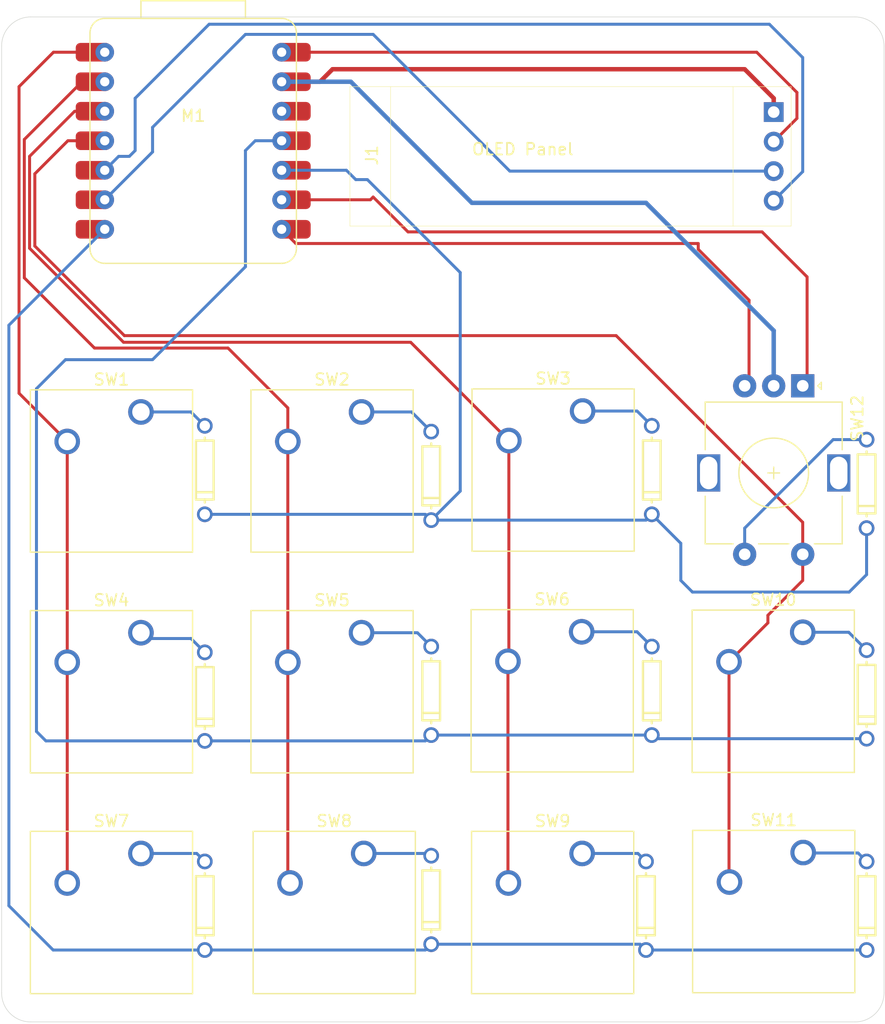
<source format=kicad_pcb>
(kicad_pcb (version 20240108) (generator "pcbnew") (generator_version "8.0")
  (layers (0 "F.Cu" signal) (31 "B.Cu" signal) (34 "B.Paste" user) (35 "F.Paste" user) (36 "B.SilkS" user "B.Silkscreen") (37 "F.SilkS" user "F.Silkscreen") (38 "B.Mask" user) (39 "F.Mask" user) (44 "Edge.Cuts" user))
  (net 0 "")
  (net 1 "+5V")
  (net 2 "GND")
  (net 3 "SDA")
  (net 4 "SCL")
  (net 5 "COL0")
  (net 6 "COL1")
  (net 7 "COL2")
  (net 8 "COL3")
  (net 9 "B")
  (net 10 "A")
  (net 11 "ROW2")
  (net 12 "ROW1")
  (net 13 "+3V3")
  (net 14 "ROW0")
  (net 15 "Net-(D1-PadA)")
  (net 16 "Net-(D2-PadA)")
  (net 17 "Net-(D3-PadA)")
  (net 18 "Net-(D4-PadA)")
  (net 19 "Net-(D5-PadA)")
  (net 20 "Net-(D6-PadA)")
  (net 21 "Net-(D7-PadA)")
  (net 22 "Net-(D8-PadA)")
  (net 23 "Net-(D9-PadA)")
  (net 24 "Net-(D10-PadA)")
  (net 25 "Net-(D11-PadA)")
  (net 26 "Net-(D12-PadA)")
  (footprint "CUSTOM LIBRARY:DIODE-1N4148" (layer "F.Cu") (at 109 83.5 -90)
    (property "Reference" "D2")
    (property "Value" "D_Small" (hide yes))
    (fp_line (start -2.54 0.762) (end -2.54 0) (stroke (width 0.2032)) (layer "F.SilkS"))
    (fp_line (start 2.54 0.762) (end -2.54 0.762) (stroke (width 0.2032)) (layer "F.SilkS"))
    (fp_line (start -2.54 0) (end -2.794 0) (stroke (width 0.2032)) (layer "F.SilkS"))
    (fp_line (start -2.54 0) (end -2.54 -0.762) (stroke (width 0.2032)) (layer "F.SilkS"))
    (fp_line (start 2.54 0) (end 2.54 0.762) (stroke (width 0.2032)) (layer "F.SilkS"))
    (fp_line (start 2.54 0) (end 2.794 0) (stroke (width 0.2032)) (layer "F.SilkS"))
    (fp_line (start 1.905 -0.635) (end 1.905 0.635) (stroke (width 0.2032)) (layer "F.SilkS"))
    (fp_line (start -2.54 -0.762) (end 2.54 -0.762) (stroke (width 0.2032)) (layer "F.SilkS"))
    (fp_line (start 2.54 -0.762) (end 2.54 0) (stroke (width 0.2032)) (layer "F.SilkS"))
    (pad "A" thru_hole oval (at -3.81 0 270) (size 1.34874 1.34874) (drill 0.89916) (layers "*.Cu" "*.Mask") (net 16 "Net-(D2-PadA)"))
    (pad "K" thru_hole oval (at 3.81 0 270) (size 1.34874 1.34874) (drill 0.89916) (layers "*.Cu" "*.Mask") (net 14 "ROW0"))
  )
  (footprint "CUSTOM LIBRARY:SW_Cherry_MX_1.00u_PCB" (layer "F.Cu") (at 121.96 96.92)
    (property "Reference" "SW6" (at -2.54 -2.794 0) (layer "F.SilkS"))
    (property "Value" "SW_Push")
    (fp_line (start -9.525 -1.905) (end 4.445 -1.905) (stroke (width 0.12)) (layer "F.SilkS"))
    (fp_line (start -9.525 12.065) (end -9.525 -1.905) (stroke (width 0.12)) (layer "F.SilkS"))
    (fp_line (start 4.445 -1.905) (end 4.445 12.065) (stroke (width 0.12)) (layer "F.SilkS"))
    (fp_line (start 4.445 12.065) (end -9.525 12.065) (stroke (width 0.12)) (layer "F.SilkS"))
    (pad "" np_thru_hole circle (at -7.62 5.08) (size 1.7 1.7) (drill 1.7) (layers "*.Cu" "*.Mask"))
    (pad "" np_thru_hole circle (at -2.54 5.08) (size 4 4) (drill 4) (layers "*.Cu" "*.Mask"))
    (pad "" np_thru_hole circle (at 2.54 5.08) (size 1.7 1.7) (drill 1.7) (layers "*.Cu" "*.Mask"))
    (pad "1" thru_hole circle (at 0 0) (size 2.2 2.2) (drill 1.5) (layers "*.Cu" "*.Mask") (net 20 "Net-(D6-PadA)"))
    (pad "2" thru_hole circle (at -6.35 2.54) (size 2.2 2.2) (drill 1.5) (layers "*.Cu" "*.Mask") (net 7 "COL2"))
  )
  (footprint "CUSTOM LIBRARY:SW_Cherry_MX_1.00u_PCB" (layer "F.Cu") (at 141 96.96)
    (property "Reference" "SW10" (at -2.54 -2.794 0) (layer "F.SilkS"))
    (property "Value" "SW_Push")
    (fp_line (start -9.525 -1.905) (end 4.445 -1.905) (stroke (width 0.12)) (layer "F.SilkS"))
    (fp_line (start -9.525 12.065) (end -9.525 -1.905) (stroke (width 0.12)) (layer "F.SilkS"))
    (fp_line (start 4.445 -1.905) (end 4.445 12.065) (stroke (width 0.12)) (layer "F.SilkS"))
    (fp_line (start 4.445 12.065) (end -9.525 12.065) (stroke (width 0.12)) (layer "F.SilkS"))
    (pad "" np_thru_hole circle (at -7.62 5.08) (size 1.7 1.7) (drill 1.7) (layers "*.Cu" "*.Mask"))
    (pad "" np_thru_hole circle (at -2.54 5.08) (size 4 4) (drill 4) (layers "*.Cu" "*.Mask"))
    (pad "" np_thru_hole circle (at 2.54 5.08) (size 1.7 1.7) (drill 1.7) (layers "*.Cu" "*.Mask"))
    (pad "1" thru_hole circle (at 0 0) (size 2.2 2.2) (drill 1.5) (layers "*.Cu" "*.Mask") (net 24 "Net-(D10-PadA)"))
    (pad "2" thru_hole circle (at -6.35 2.54) (size 2.2 2.2) (drill 1.5) (layers "*.Cu" "*.Mask") (net 8 "COL3"))
  )
  (footprint "CUSTOM LIBRARY:SW_Cherry_MX_1.00u_PCB" (layer "F.Cu") (at 141.04 115.92)
    (property "Reference" "SW11" (at -2.54 -2.794 0) (layer "F.SilkS"))
    (property "Value" "SW_Push")
    (fp_line (start -9.525 -1.905) (end 4.445 -1.905) (stroke (width 0.12)) (layer "F.SilkS"))
    (fp_line (start -9.525 12.065) (end -9.525 -1.905) (stroke (width 0.12)) (layer "F.SilkS"))
    (fp_line (start 4.445 -1.905) (end 4.445 12.065) (stroke (width 0.12)) (layer "F.SilkS"))
    (fp_line (start 4.445 12.065) (end -9.525 12.065) (stroke (width 0.12)) (layer "F.SilkS"))
    (pad "" np_thru_hole circle (at -7.62 5.08) (size 1.7 1.7) (drill 1.7) (layers "*.Cu" "*.Mask"))
    (pad "" np_thru_hole circle (at -2.54 5.08) (size 4 4) (drill 4) (layers "*.Cu" "*.Mask"))
    (pad "" np_thru_hole circle (at 2.54 5.08) (size 1.7 1.7) (drill 1.7) (layers "*.Cu" "*.Mask"))
    (pad "1" thru_hole circle (at 0 0) (size 2.2 2.2) (drill 1.5) (layers "*.Cu" "*.Mask") (net 25 "Net-(D11-PadA)"))
    (pad "2" thru_hole circle (at -6.35 2.54) (size 2.2 2.2) (drill 1.5) (layers "*.Cu" "*.Mask") (net 8 "COL3"))
  )
  (footprint "CUSTOM LIBRARY:DIODE-1N4148" (layer "F.Cu") (at 109 102 -90)
    (property "Reference" "D5")
    (property "Value" "D_Small" (hide yes))
    (fp_line (start -2.54 0.762) (end -2.54 0) (stroke (width 0.2032)) (layer "F.SilkS"))
    (fp_line (start 2.54 0.762) (end -2.54 0.762) (stroke (width 0.2032)) (layer "F.SilkS"))
    (fp_line (start -2.54 0) (end -2.794 0) (stroke (width 0.2032)) (layer "F.SilkS"))
    (fp_line (start -2.54 0) (end -2.54 -0.762) (stroke (width 0.2032)) (layer "F.SilkS"))
    (fp_line (start 2.54 0) (end 2.54 0.762) (stroke (width 0.2032)) (layer "F.SilkS"))
    (fp_line (start 2.54 0) (end 2.794 0) (stroke (width 0.2032)) (layer "F.SilkS"))
    (fp_line (start 1.905 -0.635) (end 1.905 0.635) (stroke (width 0.2032)) (layer "F.SilkS"))
    (fp_line (start -2.54 -0.762) (end 2.54 -0.762) (stroke (width 0.2032)) (layer "F.SilkS"))
    (fp_line (start 2.54 -0.762) (end 2.54 0) (stroke (width 0.2032)) (layer "F.SilkS"))
    (pad "A" thru_hole oval (at -3.81 0 270) (size 1.34874 1.34874) (drill 0.89916) (layers "*.Cu" "*.Mask") (net 19 "Net-(D5-PadA)"))
    (pad "K" thru_hole oval (at 3.81 0 270) (size 1.34874 1.34874) (drill 0.89916) (layers "*.Cu" "*.Mask") (net 12 "ROW1"))
  )
  (footprint "CUSTOM LIBRARY:XIAO-RP2040" (layer "F.Cu") (at 79.61 65.208)
    (property "Reference" "M1" (at 8.89 -12.7 0) (layer "F.SilkS"))
    (property "Value" "XIAO-RP2040")
    (fp_line (start 0 -1.27) (end 0 -19.812) (stroke (width 0.12)) (layer "F.SilkS"))
    (fp_line (start 1.27 -21.082) (end 16.51 -21.082) (stroke (width 0.12)) (layer "F.SilkS"))
    (fp_line (start 16.51 0) (end 1.27 0) (stroke (width 0.12)) (layer "F.SilkS"))
    (fp_line (start 17.78 -19.812) (end 17.78 -1.27) (stroke (width 0.12)) (layer "F.SilkS"))
    (fp_rect (start 4.39 -21.082) (end 13.39 -22.606) (stroke (width 0.12)) (fill none) (layer "F.SilkS"))
    (fp_arc (start 0 -19.812) (mid 0.371974 -20.710026) (end 1.27 -21.082) (stroke (width 0.12)) (layer "F.SilkS"))
    (fp_arc (start 1.27 0) (mid 0.371974 -0.371974) (end 0 -1.27) (stroke (width 0.12)) (layer "F.SilkS"))
    (fp_arc (start 16.51 -21.082) (mid 17.408026 -20.710026) (end 17.78 -19.812) (stroke (width 0.12)) (layer "F.SilkS"))
    (fp_arc (start 17.78 -1.27) (mid 17.408026 -0.371974) (end 16.51 0) (stroke (width 0.12)) (layer "F.SilkS"))
    (pad "1" thru_hole circle (at 1.2725 -18.171) (size 1.6 1.6) (drill 0.8) (layers "*.Cu" "*.Mask") (net 5 "COL0"))
    (pad "1" smd roundrect (at 1.2725 -18.171) (size 3 1.6) (drill (offset -1 0)) (layers "F.Cu" "F.Paste" "F.Mask") (net 5 "COL0"))
    (pad "2" thru_hole circle (at 1.2725 -15.631) (size 1.6 1.6) (drill 0.8) (layers "*.Cu" "*.Mask") (net 6 "COL1"))
    (pad "2" smd roundrect (at 1.2725 -15.631) (size 3 1.6) (drill (offset -1 0)) (layers "F.Cu" "F.Paste" "F.Mask") (net 6 "COL1"))
    (pad "3" thru_hole circle (at 1.2725 -13.091) (size 1.6 1.6) (drill 0.8) (layers "*.Cu" "*.Mask") (net 7 "COL2"))
    (pad "3" smd roundrect (at 1.2725 -13.091) (size 3 1.6) (drill (offset -1 0)) (layers "F.Cu" "F.Paste" "F.Mask") (net 7 "COL2"))
    (pad "4" thru_hole circle (at 1.2725 -10.551) (size 1.6 1.6) (drill 0.8) (layers "*.Cu" "*.Mask") (net 8 "COL3"))
    (pad "4" smd roundrect (at 1.2725 -10.551) (size 3 1.6) (drill (offset -1 0)) (layers "F.Cu" "F.Paste" "F.Mask") (net 8 "COL3"))
    (pad "5" thru_hole circle (at 1.2725 -8.011) (size 1.6 1.6) (drill 0.8) (layers "*.Cu" "*.Mask") (net 3 "SDA"))
    (pad "5" smd roundrect (at 1.2725 -8.011) (size 3 1.6) (drill (offset -1 0)) (layers "F.Cu" "F.Paste" "F.Mask") (net 3 "SDA"))
    (pad "6" thru_hole circle (at 1.2725 -5.471) (size 1.6 1.6) (drill 0.8) (layers "*.Cu" "*.Mask") (net 4 "SCL"))
    (pad "6" smd roundrect (at 1.2725 -5.471) (size 3 1.6) (drill (offset -1 0)) (layers "F.Cu" "F.Paste" "F.Mask") (net 4 "SCL"))
    (pad "7" thru_hole circle (at 1.2725 -2.931) (size 1.6 1.6) (drill 0.8) (layers "*.Cu" "*.Mask") (net 11 "ROW2"))
    (pad "7" smd roundrect (at 1.2725 -2.931) (size 3 1.6) (drill (offset -1 0)) (layers "F.Cu" "F.Paste" "F.Mask") (net 11 "ROW2"))
    (pad "8" thru_hole circle (at 16.5075 -2.931) (size 1.6 1.6) (drill 0.8) (layers "*.Cu" "*.Mask") (net 9 "B"))
    (pad "8" smd roundrect (at 16.5075 -2.931) (size 3 1.6) (drill (offset 1 0)) (layers "F.Cu" "F.Paste" "F.Mask") (net 9 "B"))
    (pad "9" thru_hole circle (at 16.5075 -5.471) (size 1.6 1.6) (drill 0.8) (layers "*.Cu" "*.Mask") (net 10 "A"))
    (pad "9" smd roundrect (at 16.5075 -5.471) (size 3 1.6) (drill (offset 1 0)) (layers "F.Cu" "F.Paste" "F.Mask") (net 10 "A"))
    (pad "10" thru_hole circle (at 16.5075 -8.011) (size 1.6 1.6) (drill 0.8) (layers "*.Cu" "*.Mask") (net 14 "ROW0"))
    (pad "10" smd roundrect (at 16.5075 -8.011) (size 3 1.6) (drill (offset 1 0)) (layers "F.Cu" "F.Paste" "F.Mask") (net 14 "ROW0"))
    (pad "11" thru_hole circle (at 16.5075 -10.551) (size 1.6 1.6) (drill 0.8) (layers "*.Cu" "*.Mask") (net 12 "ROW1"))
    (pad "11" smd roundrect (at 16.5075 -10.551) (size 3 1.6) (drill (offset 1 0)) (layers "F.Cu" "F.Paste" "F.Mask") (net 12 "ROW1"))
    (pad "12" thru_hole circle (at 16.5075 -13.091) (size 1.6 1.6) (drill 0.8) (layers "*.Cu" "*.Mask") (net 13 "+3V3"))
    (pad "12" smd roundrect (at 16.5075 -13.091) (size 3 1.6) (drill (offset 1 0)) (layers "F.Cu" "F.Paste" "F.Mask") (net 13 "+3V3"))
    (pad "13" thru_hole circle (at 16.5075 -15.631) (size 1.6 1.6) (drill 0.8) (layers "*.Cu" "*.Mask") (net 2 "GND"))
    (pad "13" smd roundrect (at 16.5075 -15.631) (size 3 1.6) (drill (offset 1 0)) (layers "F.Cu" "F.Paste" "F.Mask") (net 2 "GND"))
    (pad "14" thru_hole circle (at 16.5075 -18.171) (size 1.6 1.6) (drill 0.8) (layers "*.Cu" "*.Mask") (net 1 "+5V"))
    (pad "14" smd roundrect (at 16.5075 -18.171) (size 3 1.6) (drill (offset 1 0)) (layers "F.Cu" "F.Paste" "F.Mask") (net 1 "+5V"))
  )
  (footprint "CUSTOM LIBRARY:SSD1306-0.91-OLED-4pin-128x32" (layer "F.Cu") (at 102 50)
    (property "Reference" "J1" (at 1.9 5.91 90) (layer "F.SilkS"))
    (property "Value" "Conn_01x04")
    (fp_line (start 0 0) (end 0 12) (stroke (width 0.04)) (layer "F.SilkS"))
    (fp_line (start 0 12) (end 38 12) (stroke (width 0.04)) (layer "F.SilkS"))
    (fp_line (start 3.5 0) (end 3.5 12) (stroke (width 0.04)) (layer "F.SilkS"))
    (fp_line (start 33 0) (end 33 12) (stroke (width 0.04)) (layer "F.SilkS"))
    (fp_line (start 38 0) (end 0 0) (stroke (width 0.04)) (layer "F.SilkS"))
    (fp_line (start 38 12) (end 38 0) (stroke (width 0.04)) (layer "F.SilkS"))
    (fp_text user "OLED Panel" (at 14.885 5.385 0) (layer "F.SilkS"))
    (pad "1" thru_hole rect (at 36.5 2.19) (size 1.7 1.7) (drill 1) (layers "*.Cu" "*.Mask") (net 2 "GND"))
    (pad "2" thru_hole oval (at 36.5 4.73) (size 1.7 1.7) (drill 1) (layers "*.Cu" "*.Mask") (net 1 "+5V"))
    (pad "3" thru_hole oval (at 36.5 7.27) (size 1.7 1.7) (drill 1) (layers "*.Cu" "*.Mask") (net 4 "SCL"))
    (pad "4" thru_hole oval (at 36.5 9.81) (size 1.7 1.7) (drill 1) (layers "*.Cu" "*.Mask") (net 3 "SDA"))
  )
  (footprint "CUSTOM LIBRARY:SW_Cherry_MX_1.00u_PCB" (layer "F.Cu") (at 122.04 77.92)
    (property "Reference" "SW3" (at -2.54 -2.794 0) (layer "F.SilkS"))
    (property "Value" "SW_Push")
    (fp_line (start -9.525 -1.905) (end 4.445 -1.905) (stroke (width 0.12)) (layer "F.SilkS"))
    (fp_line (start -9.525 12.065) (end -9.525 -1.905) (stroke (width 0.12)) (layer "F.SilkS"))
    (fp_line (start 4.445 -1.905) (end 4.445 12.065) (stroke (width 0.12)) (layer "F.SilkS"))
    (fp_line (start 4.445 12.065) (end -9.525 12.065) (stroke (width 0.12)) (layer "F.SilkS"))
    (pad "" np_thru_hole circle (at -7.62 5.08) (size 1.7 1.7) (drill 1.7) (layers "*.Cu" "*.Mask"))
    (pad "" np_thru_hole circle (at -2.54 5.08) (size 4 4) (drill 4) (layers "*.Cu" "*.Mask"))
    (pad "" np_thru_hole circle (at 2.54 5.08) (size 1.7 1.7) (drill 1.7) (layers "*.Cu" "*.Mask"))
    (pad "1" thru_hole circle (at 0 0) (size 2.2 2.2) (drill 1.5) (layers "*.Cu" "*.Mask") (net 17 "Net-(D3-PadA)"))
    (pad "2" thru_hole circle (at -6.35 2.54) (size 2.2 2.2) (drill 1.5) (layers "*.Cu" "*.Mask") (net 7 "COL2"))
  )
  (footprint "CUSTOM LIBRARY:SW_Cherry_MX_1.00u_PCB" (layer "F.Cu") (at 84 78)
    (property "Reference" "SW1" (at -2.54 -2.794 0) (layer "F.SilkS"))
    (property "Value" "SW_Push")
    (fp_line (start -9.525 -1.905) (end 4.445 -1.905) (stroke (width 0.12)) (layer "F.SilkS"))
    (fp_line (start -9.525 12.065) (end -9.525 -1.905) (stroke (width 0.12)) (layer "F.SilkS"))
    (fp_line (start 4.445 -1.905) (end 4.445 12.065) (stroke (width 0.12)) (layer "F.SilkS"))
    (fp_line (start 4.445 12.065) (end -9.525 12.065) (stroke (width 0.12)) (layer "F.SilkS"))
    (pad "" np_thru_hole circle (at -7.62 5.08) (size 1.7 1.7) (drill 1.7) (layers "*.Cu" "*.Mask"))
    (pad "" np_thru_hole circle (at -2.54 5.08) (size 4 4) (drill 4) (layers "*.Cu" "*.Mask"))
    (pad "" np_thru_hole circle (at 2.54 5.08) (size 1.7 1.7) (drill 1.7) (layers "*.Cu" "*.Mask"))
    (pad "1" thru_hole circle (at 0 0) (size 2.2 2.2) (drill 1.5) (layers "*.Cu" "*.Mask") (net 15 "Net-(D1-PadA)"))
    (pad "2" thru_hole circle (at -6.35 2.54) (size 2.2 2.2) (drill 1.5) (layers "*.Cu" "*.Mask") (net 5 "COL0"))
  )
  (footprint "CUSTOM LIBRARY:DIODE-1N4148" (layer "F.Cu") (at 127.5 120.5 -90)
    (property "Reference" "D9")
    (property "Value" "D_Small" (hide yes))
    (fp_line (start -2.54 0.762) (end -2.54 0) (stroke (width 0.2032)) (layer "F.SilkS"))
    (fp_line (start 2.54 0.762) (end -2.54 0.762) (stroke (width 0.2032)) (layer "F.SilkS"))
    (fp_line (start -2.54 0) (end -2.794 0) (stroke (width 0.2032)) (layer "F.SilkS"))
    (fp_line (start -2.54 0) (end -2.54 -0.762) (stroke (width 0.2032)) (layer "F.SilkS"))
    (fp_line (start 2.54 0) (end 2.54 0.762) (stroke (width 0.2032)) (layer "F.SilkS"))
    (fp_line (start 2.54 0) (end 2.794 0) (stroke (width 0.2032)) (layer "F.SilkS"))
    (fp_line (start 1.905 -0.635) (end 1.905 0.635) (stroke (width 0.2032)) (layer "F.SilkS"))
    (fp_line (start -2.54 -0.762) (end 2.54 -0.762) (stroke (width 0.2032)) (layer "F.SilkS"))
    (fp_line (start 2.54 -0.762) (end 2.54 0) (stroke (width 0.2032)) (layer "F.SilkS"))
    (pad "A" thru_hole oval (at -3.81 0 270) (size 1.34874 1.34874) (drill 0.89916) (layers "*.Cu" "*.Mask") (net 23 "Net-(D9-PadA)"))
    (pad "K" thru_hole oval (at 3.81 0 270) (size 1.34874 1.34874) (drill 0.89916) (layers "*.Cu" "*.Mask") (net 11 "ROW2"))
  )
  (footprint "CUSTOM LIBRARY:SW_Cherry_MX_1.00u_PCB" (layer "F.Cu") (at 103 97)
    (property "Reference" "SW5" (at -2.54 -2.794 0) (layer "F.SilkS"))
    (property "Value" "SW_Push")
    (fp_line (start -9.525 -1.905) (end 4.445 -1.905) (stroke (width 0.12)) (layer "F.SilkS"))
    (fp_line (start -9.525 12.065) (end -9.525 -1.905) (stroke (width 0.12)) (layer "F.SilkS"))
    (fp_line (start 4.445 -1.905) (end 4.445 12.065) (stroke (width 0.12)) (layer "F.SilkS"))
    (fp_line (start 4.445 12.065) (end -9.525 12.065) (stroke (width 0.12)) (layer "F.SilkS"))
    (pad "" np_thru_hole circle (at -7.62 5.08) (size 1.7 1.7) (drill 1.7) (layers "*.Cu" "*.Mask"))
    (pad "" np_thru_hole circle (at -2.54 5.08) (size 4 4) (drill 4) (layers "*.Cu" "*.Mask"))
    (pad "" np_thru_hole circle (at 2.54 5.08) (size 1.7 1.7) (drill 1.7) (layers "*.Cu" "*.Mask"))
    (pad "1" thru_hole circle (at 0 0) (size 2.2 2.2) (drill 1.5) (layers "*.Cu" "*.Mask") (net 19 "Net-(D5-PadA)"))
    (pad "2" thru_hole circle (at -6.35 2.54) (size 2.2 2.2) (drill 1.5) (layers "*.Cu" "*.Mask") (net 6 "COL1"))
  )
  (footprint "CUSTOM LIBRARY:DIODE-1N4148" (layer "F.Cu") (at 89.5 120.5 -90)
    (property "Reference" "D7")
    (property "Value" "D_Small" (hide yes))
    (fp_line (start -2.54 0.762) (end -2.54 0) (stroke (width 0.2032)) (layer "F.SilkS"))
    (fp_line (start 2.54 0.762) (end -2.54 0.762) (stroke (width 0.2032)) (layer "F.SilkS"))
    (fp_line (start -2.54 0) (end -2.794 0) (stroke (width 0.2032)) (layer "F.SilkS"))
    (fp_line (start -2.54 0) (end -2.54 -0.762) (stroke (width 0.2032)) (layer "F.SilkS"))
    (fp_line (start 2.54 0) (end 2.54 0.762) (stroke (width 0.2032)) (layer "F.SilkS"))
    (fp_line (start 2.54 0) (end 2.794 0) (stroke (width 0.2032)) (layer "F.SilkS"))
    (fp_line (start 1.905 -0.635) (end 1.905 0.635) (stroke (width 0.2032)) (layer "F.SilkS"))
    (fp_line (start -2.54 -0.762) (end 2.54 -0.762) (stroke (width 0.2032)) (layer "F.SilkS"))
    (fp_line (start 2.54 -0.762) (end 2.54 0) (stroke (width 0.2032)) (layer "F.SilkS"))
    (pad "A" thru_hole oval (at -3.81 0 270) (size 1.34874 1.34874) (drill 0.89916) (layers "*.Cu" "*.Mask") (net 21 "Net-(D7-PadA)"))
    (pad "K" thru_hole oval (at 3.81 0 270) (size 1.34874 1.34874) (drill 0.89916) (layers "*.Cu" "*.Mask") (net 11 "ROW2"))
  )
  (footprint "CUSTOM LIBRARY:SW_Cherry_MX_1.00u_PCB" (layer "F.Cu") (at 103.19 116)
    (property "Reference" "SW8" (at -2.54 -2.794 0) (layer "F.SilkS"))
    (property "Value" "SW_Push")
    (fp_line (start -9.525 -1.905) (end 4.445 -1.905) (stroke (width 0.12)) (layer "F.SilkS"))
    (fp_line (start -9.525 12.065) (end -9.525 -1.905) (stroke (width 0.12)) (layer "F.SilkS"))
    (fp_line (start 4.445 -1.905) (end 4.445 12.065) (stroke (width 0.12)) (layer "F.SilkS"))
    (fp_line (start 4.445 12.065) (end -9.525 12.065) (stroke (width 0.12)) (layer "F.SilkS"))
    (pad "" np_thru_hole circle (at -7.62 5.08) (size 1.7 1.7) (drill 1.7) (layers "*.Cu" "*.Mask"))
    (pad "" np_thru_hole circle (at -2.54 5.08) (size 4 4) (drill 4) (layers "*.Cu" "*.Mask"))
    (pad "" np_thru_hole circle (at 2.54 5.08) (size 1.7 1.7) (drill 1.7) (layers "*.Cu" "*.Mask"))
    (pad "1" thru_hole circle (at 0 0) (size 2.2 2.2) (drill 1.5) (layers "*.Cu" "*.Mask") (net 22 "Net-(D8-PadA)"))
    (pad "2" thru_hole circle (at -6.35 2.54) (size 2.2 2.2) (drill 1.5) (layers "*.Cu" "*.Mask") (net 6 "COL1"))
  )
  (footprint "CUSTOM LIBRARY:DIODE-1N4148" (layer "F.Cu") (at 146.5 102.31 -90)
    (property "Reference" "D10")
    (property "Value" "D_Small" (hide yes))
    (fp_line (start -2.54 0.762) (end -2.54 0) (stroke (width 0.2032)) (layer "F.SilkS"))
    (fp_line (start 2.54 0.762) (end -2.54 0.762) (stroke (width 0.2032)) (layer "F.SilkS"))
    (fp_line (start -2.54 0) (end -2.794 0) (stroke (width 0.2032)) (layer "F.SilkS"))
    (fp_line (start -2.54 0) (end -2.54 -0.762) (stroke (width 0.2032)) (layer "F.SilkS"))
    (fp_line (start 2.54 0) (end 2.54 0.762) (stroke (width 0.2032)) (layer "F.SilkS"))
    (fp_line (start 2.54 0) (end 2.794 0) (stroke (width 0.2032)) (layer "F.SilkS"))
    (fp_line (start 1.905 -0.635) (end 1.905 0.635) (stroke (width 0.2032)) (layer "F.SilkS"))
    (fp_line (start -2.54 -0.762) (end 2.54 -0.762) (stroke (width 0.2032)) (layer "F.SilkS"))
    (fp_line (start 2.54 -0.762) (end 2.54 0) (stroke (width 0.2032)) (layer "F.SilkS"))
    (pad "A" thru_hole oval (at -3.81 0 270) (size 1.34874 1.34874) (drill 0.89916) (layers "*.Cu" "*.Mask") (net 24 "Net-(D10-PadA)"))
    (pad "K" thru_hole oval (at 3.81 0 270) (size 1.34874 1.34874) (drill 0.89916) (layers "*.Cu" "*.Mask") (net 12 "ROW1"))
  )
  (footprint "CUSTOM LIBRARY:DIODE-1N4148" (layer "F.Cu") (at 128 102 -90)
    (property "Reference" "D6")
    (property "Value" "D_Small" (hide yes))
    (fp_line (start -2.54 0.762) (end -2.54 0) (stroke (width 0.2032)) (layer "F.SilkS"))
    (fp_line (start 2.54 0.762) (end -2.54 0.762) (stroke (width 0.2032)) (layer "F.SilkS"))
    (fp_line (start -2.54 0) (end -2.794 0) (stroke (width 0.2032)) (layer "F.SilkS"))
    (fp_line (start -2.54 0) (end -2.54 -0.762) (stroke (width 0.2032)) (layer "F.SilkS"))
    (fp_line (start 2.54 0) (end 2.54 0.762) (stroke (width 0.2032)) (layer "F.SilkS"))
    (fp_line (start 2.54 0) (end 2.794 0) (stroke (width 0.2032)) (layer "F.SilkS"))
    (fp_line (start 1.905 -0.635) (end 1.905 0.635) (stroke (width 0.2032)) (layer "F.SilkS"))
    (fp_line (start -2.54 -0.762) (end 2.54 -0.762) (stroke (width 0.2032)) (layer "F.SilkS"))
    (fp_line (start 2.54 -0.762) (end 2.54 0) (stroke (width 0.2032)) (layer "F.SilkS"))
    (pad "A" thru_hole oval (at -3.81 0 270) (size 1.34874 1.34874) (drill 0.89916) (layers "*.Cu" "*.Mask") (net 20 "Net-(D6-PadA)"))
    (pad "K" thru_hole oval (at 3.81 0 270) (size 1.34874 1.34874) (drill 0.89916) (layers "*.Cu" "*.Mask") (net 12 "ROW1"))
  )
  (footprint "CUSTOM LIBRARY:DIODE-1N4148" (layer "F.Cu") (at 109 120 -90)
    (property "Reference" "D8")
    (property "Value" "D_Small" (hide yes))
    (fp_line (start -2.54 0.762) (end -2.54 0) (stroke (width 0.2032)) (layer "F.SilkS"))
    (fp_line (start 2.54 0.762) (end -2.54 0.762) (stroke (width 0.2032)) (layer "F.SilkS"))
    (fp_line (start -2.54 0) (end -2.794 0) (stroke (width 0.2032)) (layer "F.SilkS"))
    (fp_line (start -2.54 0) (end -2.54 -0.762) (stroke (width 0.2032)) (layer "F.SilkS"))
    (fp_line (start 2.54 0) (end 2.54 0.762) (stroke (width 0.2032)) (layer "F.SilkS"))
    (fp_line (start 2.54 0) (end 2.794 0) (stroke (width 0.2032)) (layer "F.SilkS"))
    (fp_line (start 1.905 -0.635) (end 1.905 0.635) (stroke (width 0.2032)) (layer "F.SilkS"))
    (fp_line (start -2.54 -0.762) (end 2.54 -0.762) (stroke (width 0.2032)) (layer "F.SilkS"))
    (fp_line (start 2.54 -0.762) (end 2.54 0) (stroke (width 0.2032)) (layer "F.SilkS"))
    (pad "A" thru_hole oval (at -3.81 0 270) (size 1.34874 1.34874) (drill 0.89916) (layers "*.Cu" "*.Mask") (net 22 "Net-(D8-PadA)"))
    (pad "K" thru_hole oval (at 3.81 0 270) (size 1.34874 1.34874) (drill 0.89916) (layers "*.Cu" "*.Mask") (net 11 "ROW2"))
  )
  (footprint "CUSTOM LIBRARY:SW_Cherry_MX_1.00u_PCB" (layer "F.Cu") (at 122 116)
    (property "Reference" "SW9" (at -2.54 -2.794 0) (layer "F.SilkS"))
    (property "Value" "SW_Push")
    (fp_line (start -9.525 -1.905) (end 4.445 -1.905) (stroke (width 0.12)) (layer "F.SilkS"))
    (fp_line (start -9.525 12.065) (end -9.525 -1.905) (stroke (width 0.12)) (layer "F.SilkS"))
    (fp_line (start 4.445 -1.905) (end 4.445 12.065) (stroke (width 0.12)) (layer "F.SilkS"))
    (fp_line (start 4.445 12.065) (end -9.525 12.065) (stroke (width 0.12)) (layer "F.SilkS"))
    (pad "" np_thru_hole circle (at -7.62 5.08) (size 1.7 1.7) (drill 1.7) (layers "*.Cu" "*.Mask"))
    (pad "" np_thru_hole circle (at -2.54 5.08) (size 4 4) (drill 4) (layers "*.Cu" "*.Mask"))
    (pad "" np_thru_hole circle (at 2.54 5.08) (size 1.7 1.7) (drill 1.7) (layers "*.Cu" "*.Mask"))
    (pad "1" thru_hole circle (at 0 0) (size 2.2 2.2) (drill 1.5) (layers "*.Cu" "*.Mask") (net 23 "Net-(D9-PadA)"))
    (pad "2" thru_hole circle (at -6.35 2.54) (size 2.2 2.2) (drill 1.5) (layers "*.Cu" "*.Mask") (net 7 "COL2"))
  )
  (footprint "CUSTOM LIBRARY:RotaryEncoder_Alps_EC11E-Switch_Vertical_H20mm" (layer "F.Cu") (at 141 75.75 -90)
    (property "Reference" "SW12" (at 2.8 -4.7 90) (layer "F.SilkS"))
    (property "Value" "RotaryEncoder_Switch")
    (fp_line (start 5.5 8.4) (end 1.4 8.4) (stroke (width 0.12)) (layer "F.SilkS"))
    (fp_line (start 13.6 8.4) (end 9.5 8.4) (stroke (width 0.12)) (layer "F.SilkS"))
    (fp_line (start 13.6 6) (end 13.6 8.4) (stroke (width 0.12)) (layer "F.SilkS"))
    (fp_line (start 7 2.5) (end 8 2.5) (stroke (width 0.12)) (layer "F.SilkS"))
    (fp_line (start 7.5 2) (end 7.5 3) (stroke (width 0.12)) (layer "F.SilkS"))
    (fp_line (start 13.6 1.2) (end 13.6 3.8) (stroke (width 0.12)) (layer "F.SilkS"))
    (fp_line (start 0 -1.3) (end -0.3 -1.6) (stroke (width 0.12)) (layer "F.SilkS"))
    (fp_line (start -0.3 -1.6) (end 0.3 -1.6) (stroke (width 0.12)) (layer "F.SilkS"))
    (fp_line (start 0.3 -1.6) (end 0 -1.3) (stroke (width 0.12)) (layer "F.SilkS"))
    (fp_line (start 1.4 -3.4) (end 1.4 8.4) (stroke (width 0.12)) (layer "F.SilkS"))
    (fp_line (start 5.5 -3.4) (end 1.4 -3.4) (stroke (width 0.12)) (layer "F.SilkS"))
    (fp_line (start 9.5 -3.4) (end 13.6 -3.4) (stroke (width 0.12)) (layer "F.SilkS"))
    (fp_line (start 13.6 -3.4) (end 13.6 -1) (stroke (width 0.12)) (layer "F.SilkS"))
    (fp_circle (center 7.5 2.5) (end 10.5 2.5) (stroke (width 0.12)) (fill none) (layer "F.SilkS"))
    (pad "A" thru_hole rect (at 0 0 270) (size 2 2) (drill 1) (layers "*.Cu" "*.Mask") (net 10 "A"))
    (pad "B" thru_hole circle (at 0 5 270) (size 2 2) (drill 1) (layers "*.Cu" "*.Mask") (net 9 "B"))
    (pad "C" thru_hole circle (at 0 2.5 270) (size 2 2) (drill 1) (layers "*.Cu" "*.Mask") (net 2 "GND"))
    (pad "MP" thru_hole rect (at 7.5 -3.1 270) (size 3.2 2) (drill oval 2.8 1.5) (layers "*.Cu" "*.Mask"))
    (pad "MP" thru_hole rect (at 7.5 8.1 270) (size 3.2 2) (drill oval 2.8 1.5) (layers "*.Cu" "*.Mask"))
    (pad "S1" thru_hole circle (at 14.5 0 270) (size 2 2) (drill 1) (layers "*.Cu" "*.Mask") (net 8 "COL3"))
    (pad "S2" thru_hole circle (at 14.5 5 270) (size 2 2) (drill 1) (layers "*.Cu" "*.Mask") (net 26 "Net-(D12-PadA)"))
  )
  (footprint "CUSTOM LIBRARY:DIODE-1N4148" (layer "F.Cu") (at 146.5 120.5 -90)
    (property "Reference" "D11")
    (property "Value" "D_Small" (hide yes))
    (fp_line (start -2.54 0.762) (end -2.54 0) (stroke (width 0.2032)) (layer "F.SilkS"))
    (fp_line (start 2.54 0.762) (end -2.54 0.762) (stroke (width 0.2032)) (layer "F.SilkS"))
    (fp_line (start -2.54 0) (end -2.794 0) (stroke (width 0.2032)) (layer "F.SilkS"))
    (fp_line (start -2.54 0) (end -2.54 -0.762) (stroke (width 0.2032)) (layer "F.SilkS"))
    (fp_line (start 2.54 0) (end 2.54 0.762) (stroke (width 0.2032)) (layer "F.SilkS"))
    (fp_line (start 2.54 0) (end 2.794 0) (stroke (width 0.2032)) (layer "F.SilkS"))
    (fp_line (start 1.905 -0.635) (end 1.905 0.635) (stroke (width 0.2032)) (layer "F.SilkS"))
    (fp_line (start -2.54 -0.762) (end 2.54 -0.762) (stroke (width 0.2032)) (layer "F.SilkS"))
    (fp_line (start 2.54 -0.762) (end 2.54 0) (stroke (width 0.2032)) (layer "F.SilkS"))
    (pad "A" thru_hole oval (at -3.81 0 270) (size 1.34874 1.34874) (drill 0.89916) (layers "*.Cu" "*.Mask") (net 25 "Net-(D11-PadA)"))
    (pad "K" thru_hole oval (at 3.81 0 270) (size 1.34874 1.34874) (drill 0.89916) (layers "*.Cu" "*.Mask") (net 11 "ROW2"))
  )
  (footprint "CUSTOM LIBRARY:SW_Cherry_MX_1.00u_PCB" (layer "F.Cu") (at 84 97)
    (property "Reference" "SW4" (at -2.54 -2.794 0) (layer "F.SilkS"))
    (property "Value" "SW_Push")
    (fp_line (start -9.525 -1.905) (end 4.445 -1.905) (stroke (width 0.12)) (layer "F.SilkS"))
    (fp_line (start -9.525 12.065) (end -9.525 -1.905) (stroke (width 0.12)) (layer "F.SilkS"))
    (fp_line (start 4.445 -1.905) (end 4.445 12.065) (stroke (width 0.12)) (layer "F.SilkS"))
    (fp_line (start 4.445 12.065) (end -9.525 12.065) (stroke (width 0.12)) (layer "F.SilkS"))
    (pad "" np_thru_hole circle (at -7.62 5.08) (size 1.7 1.7) (drill 1.7) (layers "*.Cu" "*.Mask"))
    (pad "" np_thru_hole circle (at -2.54 5.08) (size 4 4) (drill 4) (layers "*.Cu" "*.Mask"))
    (pad "" np_thru_hole circle (at 2.54 5.08) (size 1.7 1.7) (drill 1.7) (layers "*.Cu" "*.Mask"))
    (pad "1" thru_hole circle (at 0 0) (size 2.2 2.2) (drill 1.5) (layers "*.Cu" "*.Mask") (net 18 "Net-(D4-PadA)"))
    (pad "2" thru_hole circle (at -6.35 2.54) (size 2.2 2.2) (drill 1.5) (layers "*.Cu" "*.Mask") (net 5 "COL0"))
  )
  (footprint "CUSTOM LIBRARY:DIODE-1N4148" (layer "F.Cu") (at 89.5 83 -90)
    (property "Reference" "D1")
    (property "Value" "D_Small" (hide yes))
    (fp_line (start -2.54 0.762) (end -2.54 0) (stroke (width 0.2032)) (layer "F.SilkS"))
    (fp_line (start 2.54 0.762) (end -2.54 0.762) (stroke (width 0.2032)) (layer "F.SilkS"))
    (fp_line (start -2.54 0) (end -2.794 0) (stroke (width 0.2032)) (layer "F.SilkS"))
    (fp_line (start -2.54 0) (end -2.54 -0.762) (stroke (width 0.2032)) (layer "F.SilkS"))
    (fp_line (start 2.54 0) (end 2.54 0.762) (stroke (width 0.2032)) (layer "F.SilkS"))
    (fp_line (start 2.54 0) (end 2.794 0) (stroke (width 0.2032)) (layer "F.SilkS"))
    (fp_line (start 1.905 -0.635) (end 1.905 0.635) (stroke (width 0.2032)) (layer "F.SilkS"))
    (fp_line (start -2.54 -0.762) (end 2.54 -0.762) (stroke (width 0.2032)) (layer "F.SilkS"))
    (fp_line (start 2.54 -0.762) (end 2.54 0) (stroke (width 0.2032)) (layer "F.SilkS"))
    (pad "A" thru_hole oval (at -3.81 0 270) (size 1.34874 1.34874) (drill 0.89916) (layers "*.Cu" "*.Mask") (net 15 "Net-(D1-PadA)"))
    (pad "K" thru_hole oval (at 3.81 0 270) (size 1.34874 1.34874) (drill 0.89916) (layers "*.Cu" "*.Mask") (net 14 "ROW0"))
  )
  (footprint "CUSTOM LIBRARY:SW_Cherry_MX_1.00u_PCB" (layer "F.Cu") (at 103 78)
    (property "Reference" "SW2" (at -2.54 -2.794 0) (layer "F.SilkS"))
    (property "Value" "SW_Push")
    (fp_line (start -9.525 -1.905) (end 4.445 -1.905) (stroke (width 0.12)) (layer "F.SilkS"))
    (fp_line (start -9.525 12.065) (end -9.525 -1.905) (stroke (width 0.12)) (layer "F.SilkS"))
    (fp_line (start 4.445 -1.905) (end 4.445 12.065) (stroke (width 0.12)) (layer "F.SilkS"))
    (fp_line (start 4.445 12.065) (end -9.525 12.065) (stroke (width 0.12)) (layer "F.SilkS"))
    (pad "" np_thru_hole circle (at -7.62 5.08) (size 1.7 1.7) (drill 1.7) (layers "*.Cu" "*.Mask"))
    (pad "" np_thru_hole circle (at -2.54 5.08) (size 4 4) (drill 4) (layers "*.Cu" "*.Mask"))
    (pad "" np_thru_hole circle (at 2.54 5.08) (size 1.7 1.7) (drill 1.7) (layers "*.Cu" "*.Mask"))
    (pad "1" thru_hole circle (at 0 0) (size 2.2 2.2) (drill 1.5) (layers "*.Cu" "*.Mask") (net 16 "Net-(D2-PadA)"))
    (pad "2" thru_hole circle (at -6.35 2.54) (size 2.2 2.2) (drill 1.5) (layers "*.Cu" "*.Mask") (net 6 "COL1"))
  )
  (footprint "CUSTOM LIBRARY:SW_Cherry_MX_1.00u_PCB" (layer "F.Cu") (at 84 116)
    (property "Reference" "SW7" (at -2.54 -2.794 0) (layer "F.SilkS"))
    (property "Value" "SW_Push")
    (fp_line (start -9.525 -1.905) (end 4.445 -1.905) (stroke (width 0.12)) (layer "F.SilkS"))
    (fp_line (start -9.525 12.065) (end -9.525 -1.905) (stroke (width 0.12)) (layer "F.SilkS"))
    (fp_line (start 4.445 -1.905) (end 4.445 12.065) (stroke (width 0.12)) (layer "F.SilkS"))
    (fp_line (start 4.445 12.065) (end -9.525 12.065) (stroke (width 0.12)) (layer "F.SilkS"))
    (pad "" np_thru_hole circle (at -7.62 5.08) (size 1.7 1.7) (drill 1.7) (layers "*.Cu" "*.Mask"))
    (pad "" np_thru_hole circle (at -2.54 5.08) (size 4 4) (drill 4) (layers "*.Cu" "*.Mask"))
    (pad "" np_thru_hole circle (at 2.54 5.08) (size 1.7 1.7) (drill 1.7) (layers "*.Cu" "*.Mask"))
    (pad "1" thru_hole circle (at 0 0) (size 2.2 2.2) (drill 1.5) (layers "*.Cu" "*.Mask") (net 21 "Net-(D7-PadA)"))
    (pad "2" thru_hole circle (at -6.35 2.54) (size 2.2 2.2) (drill 1.5) (layers "*.Cu" "*.Mask") (net 5 "COL0"))
  )
  (footprint "CUSTOM LIBRARY:DIODE-1N4148" (layer "F.Cu") (at 146.5 84.19 -90)
    (property "Reference" "D12")
    (property "Value" "D_Small" (hide yes))
    (fp_line (start -2.54 0.762) (end -2.54 0) (stroke (width 0.2032)) (layer "F.SilkS"))
    (fp_line (start 2.54 0.762) (end -2.54 0.762) (stroke (width 0.2032)) (layer "F.SilkS"))
    (fp_line (start -2.54 0) (end -2.794 0) (stroke (width 0.2032)) (layer "F.SilkS"))
    (fp_line (start -2.54 0) (end -2.54 -0.762) (stroke (width 0.2032)) (layer "F.SilkS"))
    (fp_line (start 2.54 0) (end 2.54 0.762) (stroke (width 0.2032)) (layer "F.SilkS"))
    (fp_line (start 2.54 0) (end 2.794 0) (stroke (width 0.2032)) (layer "F.SilkS"))
    (fp_line (start 1.905 -0.635) (end 1.905 0.635) (stroke (width 0.2032)) (layer "F.SilkS"))
    (fp_line (start -2.54 -0.762) (end 2.54 -0.762) (stroke (width 0.2032)) (layer "F.SilkS"))
    (fp_line (start 2.54 -0.762) (end 2.54 0) (stroke (width 0.2032)) (layer "F.SilkS"))
    (pad "A" thru_hole oval (at -3.81 0 270) (size 1.34874 1.34874) (drill 0.89916) (layers "*.Cu" "*.Mask") (net 26 "Net-(D12-PadA)"))
    (pad "K" thru_hole oval (at 3.81 0 270) (size 1.34874 1.34874) (drill 0.89916) (layers "*.Cu" "*.Mask") (net 14 "ROW0"))
  )
  (footprint "CUSTOM LIBRARY:DIODE-1N4148" (layer "F.Cu") (at 128 83 -90)
    (property "Reference" "D3")
    (property "Value" "D_Small" (hide yes))
    (fp_line (start -2.54 0.762) (end -2.54 0) (stroke (width 0.2032)) (layer "F.SilkS"))
    (fp_line (start 2.54 0.762) (end -2.54 0.762) (stroke (width 0.2032)) (layer "F.SilkS"))
    (fp_line (start -2.54 0) (end -2.794 0) (stroke (width 0.2032)) (layer "F.SilkS"))
    (fp_line (start -2.54 0) (end -2.54 -0.762) (stroke (width 0.2032)) (layer "F.SilkS"))
    (fp_line (start 2.54 0) (end 2.54 0.762) (stroke (width 0.2032)) (layer "F.SilkS"))
    (fp_line (start 2.54 0) (end 2.794 0) (stroke (width 0.2032)) (layer "F.SilkS"))
    (fp_line (start 1.905 -0.635) (end 1.905 0.635) (stroke (width 0.2032)) (layer "F.SilkS"))
    (fp_line (start -2.54 -0.762) (end 2.54 -0.762) (stroke (width 0.2032)) (layer "F.SilkS"))
    (fp_line (start 2.54 -0.762) (end 2.54 0) (stroke (width 0.2032)) (layer "F.SilkS"))
    (pad "A" thru_hole oval (at -3.81 0 270) (size 1.34874 1.34874) (drill 0.89916) (layers "*.Cu" "*.Mask") (net 17 "Net-(D3-PadA)"))
    (pad "K" thru_hole oval (at 3.81 0 270) (size 1.34874 1.34874) (drill 0.89916) (layers "*.Cu" "*.Mask") (net 14 "ROW0"))
  )
  (footprint "CUSTOM LIBRARY:DIODE-1N4148" (layer "F.Cu") (at 89.5 102.5 -90)
    (property "Reference" "D4")
    (property "Value" "D_Small" (hide yes))
    (fp_line (start -2.54 0.762) (end -2.54 0) (stroke (width 0.2032)) (layer "F.SilkS"))
    (fp_line (start 2.54 0.762) (end -2.54 0.762) (stroke (width 0.2032)) (layer "F.SilkS"))
    (fp_line (start -2.54 0) (end -2.794 0) (stroke (width 0.2032)) (layer "F.SilkS"))
    (fp_line (start -2.54 0) (end -2.54 -0.762) (stroke (width 0.2032)) (layer "F.SilkS"))
    (fp_line (start 2.54 0) (end 2.54 0.762) (stroke (width 0.2032)) (layer "F.SilkS"))
    (fp_line (start 2.54 0) (end 2.794 0) (stroke (width 0.2032)) (layer "F.SilkS"))
    (fp_line (start 1.905 -0.635) (end 1.905 0.635) (stroke (width 0.2032)) (layer "F.SilkS"))
    (fp_line (start -2.54 -0.762) (end 2.54 -0.762) (stroke (width 0.2032)) (layer "F.SilkS"))
    (fp_line (start 2.54 -0.762) (end 2.54 0) (stroke (width 0.2032)) (layer "F.SilkS"))
    (pad "A" thru_hole oval (at -3.81 0 270) (size 1.34874 1.34874) (drill 0.89916) (layers "*.Cu" "*.Mask") (net 18 "Net-(D4-PadA)"))
    (pad "K" thru_hole oval (at 3.81 0 270) (size 1.34874 1.34874) (drill 0.89916) (layers "*.Cu" "*.Mask") (net 12 "ROW1"))
  )
  (gr_arc (start 145.5 44) (mid 147.267767 44.732233) (end 148 46.5) (stroke (width 0.05)) (layer "Edge.Cuts"))
  (gr_arc (start 148 128) (mid 147.267767 129.767767) (end 145.5 130.5) (stroke (width 0.05)) (layer "Edge.Cuts"))
  (gr_line (start 148 46.5) (end 148 128) (stroke (width 0.05)) (layer "Edge.Cuts"))
  (gr_arc (start 74.5 130.5) (mid 72.732233 129.767767) (end 72 128) (stroke (width 0.05)) (layer "Edge.Cuts"))
  (gr_line (start 72 46.5) (end 72 128) (stroke (width 0.05)) (layer "Edge.Cuts"))
  (gr_line (start 145.5 44) (end 74.5 44) (stroke (width 0.05)) (layer "Edge.Cuts"))
  (gr_arc (start 72 46.5) (mid 72.732233 44.732233) (end 74.5 44) (stroke (width 0.05)) (layer "Edge.Cuts"))
  (gr_line (start 145.5 130.5) (end 74.5 130.5) (stroke (width 0.05)) (layer "Edge.Cuts"))
  (segment (start 140.5 50.5) (end 140.5 52.73) (width 0.254) (layer "F.Cu") (net 1))
  (segment (start 137.037 47.037) (end 140.5 50.5) (width 0.254) (layer "F.Cu") (net 1))
  (segment (start 96.1175 47.037) (end 137.037 47.037) (width 0.254) (layer "F.Cu") (net 1))
  (segment (start 140.5 52.73) (end 138.5 54.73) (width 0.254) (layer "F.Cu") (net 1))
  (segment (start 96.1175 47.037) (end 96.037 47.037) (width 0.254) (layer "B.Cu") (net 1))
  (segment (start 96.037 47.037) (end 96 47) (width 0.254) (layer "B.Cu") (net 1))
  (segment (start 96.1175 49.577) (end 99.423 49.577) (width 0.381) (layer "F.Cu") (net 2))
  (segment (start 138.5 51) (end 138.5 52.19) (width 0.381) (layer "F.Cu") (net 2))
  (segment (start 100.5 48.5) (end 136 48.5) (width 0.381) (layer "F.Cu") (net 2))
  (segment (start 136 48.5) (end 138.5 51) (width 0.381) (layer "F.Cu") (net 2))
  (segment (start 99.423 49.577) (end 100.5 48.5) (width 0.381) (layer "F.Cu") (net 2))
  (segment (start 127.5 60) (end 112.5 60) (width 0.381) (layer "B.Cu") (net 2))
  (segment (start 102.077 49.577) (end 96.1175 49.577) (width 0.381) (layer "B.Cu") (net 2))
  (segment (start 138.5 71) (end 127.5 60) (width 0.381) (layer "B.Cu") (net 2))
  (segment (start 138.5 75.75) (end 138.5 71) (width 0.381) (layer "B.Cu") (net 2))
  (segment (start 112.5 60) (end 102.077 49.577) (width 0.381) (layer "B.Cu") (net 2))
  (segment (start 82.0795 56) (end 80.8825 57.197) (width 0.254) (layer "B.Cu") (net 3))
  (segment (start 83.5 55.5) (end 83 56) (width 0.254) (layer "B.Cu") (net 3))
  (segment (start 138.5 59.81) (end 141 57.31) (width 0.254) (layer "B.Cu") (net 3))
  (segment (start 83.5 51) (end 83.5 55.5) (width 0.254) (layer "B.Cu") (net 3))
  (segment (start 141 57.31) (end 141 47.5) (width 0.254) (layer "B.Cu") (net 3))
  (segment (start 83 56) (end 82.0795 56) (width 0.254) (layer "B.Cu") (net 3))
  (segment (start 89.873 44.627) (end 83.5 51) (width 0.254) (layer "B.Cu") (net 3))
  (segment (start 141 47.5) (end 138.127 44.627) (width 0.254) (layer "B.Cu") (net 3))
  (segment (start 138.127 44.627) (end 89.873 44.627) (width 0.254) (layer "B.Cu") (net 3))
  (segment (start 85 53.5) (end 85 55.6195) (width 0.254) (layer "B.Cu") (net 4))
  (segment (start 93 45.5) (end 85 53.5) (width 0.254) (layer "B.Cu") (net 4))
  (segment (start 138.5 57.27) (end 115.77 57.27) (width 0.254) (layer "B.Cu") (net 4))
  (segment (start 104 45.5) (end 93 45.5) (width 0.254) (layer "B.Cu") (net 4))
  (segment (start 85 55.6195) (end 80.8825 59.737) (width 0.254) (layer "B.Cu") (net 4))
  (segment (start 115.77 57.27) (end 104 45.5) (width 0.254) (layer "B.Cu") (net 4))
  (segment (start 77.65 80.54) (end 77.65 99.54) (width 0.254) (layer "F.Cu") (net 5))
  (segment (start 77.65 80.54) (end 73.5 76.39) (width 0.254) (layer "F.Cu") (net 5))
  (segment (start 76.463 47.037) (end 80.8825 47.037) (width 0.254) (layer "F.Cu") (net 5))
  (segment (start 77.65 99.54) (end 77.65 118.54) (width 0.254) (layer "F.Cu") (net 5))
  (segment (start 73.5 50) (end 76.463 47.037) (width 0.254) (layer "F.Cu") (net 5))
  (segment (start 73.5 76.39) (end 73.5 50) (width 0.254) (layer "F.Cu") (net 5))
  (segment (start 91.5 72.5) (end 80 72.5) (width 0.254) (layer "F.Cu") (net 6))
  (segment (start 96.65 99.54) (end 96.65 118.35) (width 0.254) (layer "F.Cu") (net 6))
  (segment (start 96.65 80.54) (end 96.65 77.65) (width 0.254) (layer "F.Cu") (net 6))
  (segment (start 80 72.5) (end 73.954 66.454) (width 0.254) (layer "F.Cu") (net 6))
  (segment (start 73.954 54.546) (end 78.923 49.577) (width 0.254) (layer "F.Cu") (net 6))
  (segment (start 78.923 49.577) (end 80.8825 49.577) (width 0.254) (layer "F.Cu") (net 6))
  (segment (start 96.65 80.54) (end 96.65 99.54) (width 0.254) (layer "F.Cu") (net 6))
  (segment (start 96.65 118.35) (end 96.84 118.54) (width 0.254) (layer "F.Cu") (net 6))
  (segment (start 96.65 77.65) (end 91.5 72.5) (width 0.254) (layer "F.Cu") (net 6))
  (segment (start 73.954 66.454) (end 73.954 54.546) (width 0.254) (layer "F.Cu") (net 6))
  (segment (start 107.23 72) (end 82.5 72) (width 0.254) (layer "F.Cu") (net 7))
  (segment (start 115.61 118.5) (end 115.65 118.54) (width 0.254) (layer "F.Cu") (net 7))
  (segment (start 74.408 63.908) (end 74.408 56) (width 0.254) (layer "F.Cu") (net 7))
  (segment (start 82.5 72) (end 74.408 63.908) (width 0.254) (layer "F.Cu") (net 7))
  (segment (start 115.69 80.46) (end 107.23 72) (width 0.254) (layer "F.Cu") (net 7))
  (segment (start 115.69 99.38) (end 115.61 99.46) (width 0.254) (layer "F.Cu") (net 7))
  (segment (start 74.408 56) (end 78.291 52.117) (width 0.254) (layer "F.Cu") (net 7))
  (segment (start 115.69 80.46) (end 115.69 99.38) (width 0.254) (layer "F.Cu") (net 7))
  (segment (start 115.61 99.46) (end 115.61 118.5) (width 0.254) (layer "F.Cu") (net 7))
  (segment (start 78.291 52.117) (end 80.8825 52.117) (width 0.254) (layer "F.Cu") (net 7))
  (segment (start 74.862 57.5) (end 77.705 54.657) (width 0.254) (layer "F.Cu") (net 8))
  (segment (start 134.65 118.35) (end 134.5 118.5) (width 0.254) (layer "F.Cu") (net 8))
  (segment (start 124.928974 71.428974) (end 82.571026 71.428974) (width 0.254) (layer "F.Cu") (net 8))
  (segment (start 77.705 54.657) (end 80.8825 54.657) (width 0.254) (layer "F.Cu") (net 8))
  (segment (start 82.571026 71.428974) (end 74.862 63.719948) (width 0.254) (layer "F.Cu") (net 8))
  (segment (start 141 90.75) (end 141 92.5) (width 0.254) (layer "F.Cu") (net 8))
  (segment (start 74.862 63.719948) (end 74.862 57.5) (width 0.254) (layer "F.Cu") (net 8))
  (segment (start 141 87.5) (end 124.928974 71.428974) (width 0.254) (layer "F.Cu") (net 8))
  (segment (start 141 92.5) (end 138 95.5) (width 0.254) (layer "F.Cu") (net 8))
  (segment (start 134.65 99.5) (end 134.65 118.35) (width 0.254) (layer "F.Cu") (net 8))
  (segment (start 141 90.25) (end 141 87.5) (width 0.254) (layer "F.Cu") (net 8))
  (segment (start 138 96.15) (end 134.65 99.5) (width 0.254) (layer "F.Cu") (net 8))
  (segment (start 138 95.5) (end 138 96.15) (width 0.254) (layer "F.Cu") (net 8))
  (segment (start 136.375 68.375) (end 132 64) (width 0.254) (layer "F.Cu") (net 9))
  (segment (start 132 63.5) (end 97.3405 63.5) (width 0.254) (layer "F.Cu") (net 9))
  (segment (start 132 64) (end 132 63.5) (width 0.254) (layer "F.Cu") (net 9))
  (segment (start 97.3405 63.5) (end 96.1175 62.277) (width 0.254) (layer "F.Cu") (net 9))
  (segment (start 136.375 75.875) (end 136.375 68.375) (width 0.254) (layer "F.Cu") (net 9))
  (segment (start 104 59.5) (end 103.763 59.737) (width 0.254) (layer "F.Cu") (net 10))
  (segment (start 107 62.5) (end 104 59.5) (width 0.254) (layer "F.Cu") (net 10))
  (segment (start 137.5 62.5) (end 107 62.5) (width 0.254) (layer "F.Cu") (net 10))
  (segment (start 141.375 66.375) (end 137.5 62.5) (width 0.254) (layer "F.Cu") (net 10))
  (segment (start 141.375 75.875) (end 141.375 66.375) (width 0.254) (layer "F.Cu") (net 10))
  (segment (start 103.763 59.737) (end 96.1175 59.737) (width 0.254) (layer "F.Cu") (net 10))
  (segment (start 76.437 124.31) (end 72.627 120.5) (width 0.254) (layer "B.Cu") (net 11))
  (segment (start 72.627 70.5325) (end 80.8825 62.277) (width 0.254) (layer "B.Cu") (net 11))
  (segment (start 127.5 124.31) (end 146.5 124.31) (width 0.254) (layer "B.Cu") (net 11))
  (segment (start 109 123.81) (end 127 123.81) (width 0.254) (layer "B.Cu") (net 11))
  (segment (start 108.5 124.31) (end 109 123.81) (width 0.254) (layer "B.Cu") (net 11))
  (segment (start 72.627 120.5) (end 72.627 70.5325) (width 0.254) (layer "B.Cu") (net 11))
  (segment (start 89.5 124.31) (end 76.437 124.31) (width 0.254) (layer "B.Cu") (net 11))
  (segment (start 127 123.81) (end 127.5 124.31) (width 0.254) (layer "B.Cu") (net 11))
  (segment (start 89.5 124.31) (end 108.5 124.31) (width 0.254) (layer "B.Cu") (net 11))
  (segment (start 75 105.5) (end 75 76) (width 0.254) (layer "B.Cu") (net 12))
  (segment (start 128.31 105.81) (end 128.62 106.12) (width 0.254) (layer "B.Cu") (net 12))
  (segment (start 75 76) (end 77.5 73.5) (width 0.254) (layer "B.Cu") (net 12))
  (segment (start 93.843 54.657) (end 96.1175 54.657) (width 0.254) (layer "B.Cu") (net 12))
  (segment (start 85 73.5) (end 93 65.5) (width 0.254) (layer "B.Cu") (net 12))
  (segment (start 109 105.81) (end 128 105.81) (width 0.254) (layer "B.Cu") (net 12))
  (segment (start 108.5 106.31) (end 109 105.81) (width 0.254) (layer "B.Cu") (net 12))
  (segment (start 128.62 106.12) (end 146.5 106.12) (width 0.254) (layer "B.Cu") (net 12))
  (segment (start 77.5 73.5) (end 85 73.5) (width 0.254) (layer "B.Cu") (net 12))
  (segment (start 75.81 106.31) (end 75 105.5) (width 0.254) (layer "B.Cu") (net 12))
  (segment (start 128 105.81) (end 128.31 105.81) (width 0.254) (layer "B.Cu") (net 12))
  (segment (start 93 55.5) (end 93.843 54.657) (width 0.254) (layer "B.Cu") (net 12))
  (segment (start 89.5 106.31) (end 108.5 106.31) (width 0.254) (layer "B.Cu") (net 12))
  (segment (start 93 65.5) (end 93 55.5) (width 0.254) (layer "B.Cu") (net 12))
  (segment (start 89.5 106.31) (end 75.81 106.31) (width 0.254) (layer "B.Cu") (net 12))
  (segment (start 101.697 57.197) (end 96.1175 57.197) (width 0.254) (layer "B.Cu") (net 14))
  (segment (start 131.5 93.5) (end 145 93.5) (width 0.254) (layer "B.Cu") (net 14))
  (segment (start 89.5 86.81) (end 108.5 86.81) (width 0.254) (layer "B.Cu") (net 14))
  (segment (start 128 86.81) (end 130.5 89.31) (width 0.254) (layer "B.Cu") (net 14))
  (segment (start 130.5 92.5) (end 131.5 93.5) (width 0.254) (layer "B.Cu") (net 14))
  (segment (start 127.5 87.31) (end 128 86.81) (width 0.254) (layer "B.Cu") (net 14))
  (segment (start 109 87.31) (end 127.5 87.31) (width 0.254) (layer "B.Cu") (net 14))
  (segment (start 111.5 66) (end 103.5 58) (width 0.254) (layer "B.Cu") (net 14))
  (segment (start 108.5 86.81) (end 109 87.31) (width 0.254) (layer "B.Cu") (net 14))
  (segment (start 146.5 92) (end 146.5 88) (width 0.254) (layer "B.Cu") (net 14))
  (segment (start 109 87.31) (end 111.5 84.81) (width 0.254) (layer "B.Cu") (net 14))
  (segment (start 111.5 84.81) (end 111.5 66) (width 0.254) (layer "B.Cu") (net 14))
  (segment (start 145 93.5) (end 146.5 92) (width 0.254) (layer "B.Cu") (net 14))
  (segment (start 103.5 58) (end 102.5 58) (width 0.254) (layer "B.Cu") (net 14))
  (segment (start 130.5 89.31) (end 130.5 92.5) (width 0.254) (layer "B.Cu") (net 14))
  (segment (start 102.5 58) (end 101.697 57.197) (width 0.254) (layer "B.Cu") (net 14))
  (segment (start 84 78) (end 88.31 78) (width 0.254) (layer "B.Cu") (net 15))
  (segment (start 88.31 78) (end 89.5 79.19) (width 0.254) (layer "B.Cu") (net 15))
  (segment (start 103 78) (end 107.31 78) (width 0.254) (layer "B.Cu") (net 16))
  (segment (start 107.31 78) (end 109 79.69) (width 0.254) (layer "B.Cu") (net 16))
  (segment (start 126.73 77.92) (end 128 79.19) (width 0.254) (layer "B.Cu") (net 17))
  (segment (start 122.04 77.92) (end 126.73 77.92) (width 0.254) (layer "B.Cu") (net 17))
  (segment (start 88.31 97.5) (end 89.5 98.69) (width 0.254) (layer "B.Cu") (net 18))
  (segment (start 84.5 97.5) (end 88.31 97.5) (width 0.254) (layer "B.Cu") (net 18))
  (segment (start 84 97) (end 84.5 97.5) (width 0.254) (layer "B.Cu") (net 18))
  (segment (start 107.81 97) (end 109 98.19) (width 0.254) (layer "B.Cu") (net 19))
  (segment (start 103 97) (end 107.81 97) (width 0.254) (layer "B.Cu") (net 19))
  (segment (start 121.96 96.92) (end 126.73 96.92) (width 0.254) (layer "B.Cu") (net 20))
  (segment (start 126.73 96.92) (end 128 98.19) (width 0.254) (layer "B.Cu") (net 20))
  (segment (start 88.81 116) (end 89.5 116.69) (width 0.254) (layer "B.Cu") (net 21))
  (segment (start 84 116) (end 88.81 116) (width 0.254) (layer "B.Cu") (net 21))
  (segment (start 108.81 116) (end 109 116.19) (width 0.254) (layer "B.Cu") (net 22))
  (segment (start 103.19 116) (end 108.81 116) (width 0.254) (layer "B.Cu") (net 22))
  (segment (start 122 116) (end 126.81 116) (width 0.254) (layer "B.Cu") (net 23))
  (segment (start 126.81 116) (end 127.5 116.69) (width 0.254) (layer "B.Cu") (net 23))
  (segment (start 144.96 96.96) (end 146.5 98.5) (width 0.254) (layer "B.Cu") (net 24))
  (segment (start 141 96.96) (end 144.96 96.96) (width 0.254) (layer "B.Cu") (net 24))
  (segment (start 145.77 115.96) (end 146.5 116.69) (width 0.254) (layer "B.Cu") (net 25))
  (segment (start 140.85 115.96) (end 145.77 115.96) (width 0.254) (layer "B.Cu") (net 25))
  (segment (start 136 88) (end 143.62 80.38) (width 0.254) (layer "B.Cu") (net 26))
  (segment (start 136 90.75) (end 136 88) (width 0.254) (layer "B.Cu") (net 26))
  (segment (start 143.62 80.38) (end 146.5 80.38) (width 0.254) (layer "B.Cu") (net 26))
)
</source>
